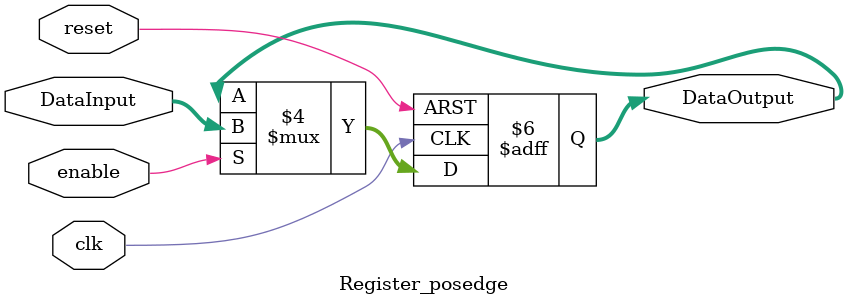
<source format=v>
/******************************************************************
* Description
*	This the basic register that is used in the register file
*	1.0
* Author:
*	Dr. José Luis Pizano Escalante
* email:
*	luispizano@iteso.mx
* Date:
*	01/03/2014
******************************************************************/
module Register_posedge
#(
	parameter N=32
)
(
	input clk,
	input reset,
	input enable,
	input  [N-1:0] DataInput,
	
	
	output reg [N-1:0] DataOutput
);

always@(negedge reset or posedge clk) begin	// always@(posedge clk)
	if(reset==0)
		DataOutput <= 0;
	else	
		if(enable==1)
			DataOutput<=DataInput;
end

endmodule
//register
</source>
